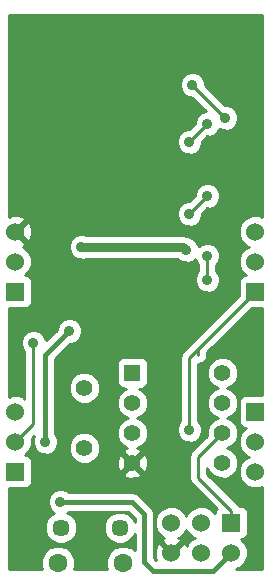
<source format=gbl>
G04 (created by PCBNEW (2013-07-07 BZR 4022)-stable) date 8/18/2013 11:16:40 PM*
%MOIN*%
G04 Gerber Fmt 3.4, Leading zero omitted, Abs format*
%FSLAX34Y34*%
G01*
G70*
G90*
G04 APERTURE LIST*
%ADD10C,0.00590551*%
%ADD11C,0.063*%
%ADD12C,0.0571*%
%ADD13R,0.06X0.06*%
%ADD14C,0.06*%
%ADD15C,0.056*%
%ADD16R,0.055X0.055*%
%ADD17C,0.055*%
%ADD18C,0.035*%
%ADD19C,0.015*%
%ADD20C,0.01*%
%ADD21C,0.03*%
G04 APERTURE END LIST*
G54D10*
G54D11*
X86917Y-65531D03*
X89083Y-65531D03*
G54D12*
X87021Y-64361D03*
X88979Y-64361D03*
G54D13*
X92700Y-64200D03*
G54D14*
X92700Y-65200D03*
X91700Y-64200D03*
X91700Y-65200D03*
X90700Y-64200D03*
X90700Y-65200D03*
G54D15*
X87800Y-61700D03*
X87800Y-59700D03*
G54D13*
X85500Y-56500D03*
G54D14*
X85500Y-55500D03*
X85500Y-54500D03*
G54D13*
X93500Y-60500D03*
G54D14*
X93500Y-61500D03*
X93500Y-62500D03*
G54D13*
X85500Y-62500D03*
G54D14*
X85500Y-61500D03*
X85500Y-60500D03*
G54D13*
X93500Y-56500D03*
G54D14*
X93500Y-55500D03*
X93500Y-54500D03*
G54D16*
X89400Y-59200D03*
G54D17*
X89400Y-60200D03*
X89400Y-61200D03*
X89400Y-62200D03*
X92400Y-62200D03*
X92400Y-61200D03*
X92400Y-60200D03*
X92400Y-59200D03*
G54D18*
X86500Y-61500D03*
X87300Y-57800D03*
X87000Y-63500D03*
X92500Y-50700D03*
X91400Y-49600D03*
X91300Y-61100D03*
X86100Y-58200D03*
X85500Y-58500D03*
X87800Y-49200D03*
X87800Y-51600D03*
X87800Y-54000D03*
X87800Y-56600D03*
X91300Y-53900D03*
X91900Y-53300D03*
X91300Y-51500D03*
X91900Y-50900D03*
X91900Y-56100D03*
X91900Y-55300D03*
X87700Y-55000D03*
X91200Y-55100D03*
G54D19*
X86500Y-58600D02*
X87300Y-57800D01*
X86500Y-61500D02*
X86500Y-58600D01*
X92700Y-65200D02*
X92100Y-65800D01*
X90100Y-65800D02*
X92100Y-65800D01*
X89800Y-65500D02*
X90100Y-65800D01*
X89800Y-63900D02*
X89800Y-65500D01*
X89400Y-63500D02*
X89800Y-63900D01*
X89300Y-63500D02*
X89400Y-63500D01*
X89300Y-63500D02*
X87000Y-63500D01*
G54D20*
X91400Y-49600D02*
X92500Y-50700D01*
X92700Y-64200D02*
X92700Y-63800D01*
X91600Y-62000D02*
X92400Y-61200D01*
X91600Y-62700D02*
X91600Y-62000D01*
X92700Y-63800D02*
X91600Y-62700D01*
X91300Y-58700D02*
X91600Y-58400D01*
X91300Y-61100D02*
X91300Y-58700D01*
X91600Y-58400D02*
X93500Y-56500D01*
X91600Y-58600D02*
X91600Y-58400D01*
X85500Y-61500D02*
X86100Y-60900D01*
X86100Y-60900D02*
X86100Y-58200D01*
X91300Y-53900D02*
X91900Y-53300D01*
X91300Y-51500D02*
X91900Y-50900D01*
X91900Y-55300D02*
X91900Y-56100D01*
G54D21*
X91100Y-55000D02*
X87700Y-55000D01*
X91200Y-55100D02*
X91100Y-55000D01*
G54D10*
G36*
X85576Y-60505D02*
X85505Y-60576D01*
X85500Y-60570D01*
X85494Y-60576D01*
X85423Y-60505D01*
X85429Y-60500D01*
X85423Y-60494D01*
X85494Y-60423D01*
X85500Y-60429D01*
X85505Y-60423D01*
X85576Y-60494D01*
X85570Y-60500D01*
X85576Y-60505D01*
X85576Y-60505D01*
G37*
G54D20*
X85576Y-60505D02*
X85505Y-60576D01*
X85500Y-60570D01*
X85494Y-60576D01*
X85423Y-60505D01*
X85429Y-60500D01*
X85423Y-60494D01*
X85494Y-60423D01*
X85500Y-60429D01*
X85505Y-60423D01*
X85576Y-60494D01*
X85570Y-60500D01*
X85576Y-60505D01*
G54D10*
G36*
X93730Y-65730D02*
X92856Y-65730D01*
X93011Y-65666D01*
X93165Y-65511D01*
X93249Y-65309D01*
X93250Y-65091D01*
X93166Y-64888D01*
X93027Y-64750D01*
X93049Y-64750D01*
X93141Y-64712D01*
X93211Y-64641D01*
X93249Y-64549D01*
X93250Y-64450D01*
X93250Y-63850D01*
X93212Y-63758D01*
X93141Y-63688D01*
X93049Y-63650D01*
X92953Y-63649D01*
X92912Y-63587D01*
X92912Y-63587D01*
X91900Y-62575D01*
X91900Y-62364D01*
X91954Y-62497D01*
X92102Y-62644D01*
X92295Y-62724D01*
X92503Y-62725D01*
X92697Y-62645D01*
X92844Y-62497D01*
X92924Y-62304D01*
X92925Y-62096D01*
X92845Y-61903D01*
X92697Y-61755D01*
X92564Y-61699D01*
X92697Y-61645D01*
X92844Y-61497D01*
X92924Y-61304D01*
X92925Y-61096D01*
X92845Y-60903D01*
X92697Y-60755D01*
X92564Y-60699D01*
X92697Y-60645D01*
X92844Y-60497D01*
X92924Y-60304D01*
X92925Y-60096D01*
X92845Y-59903D01*
X92697Y-59755D01*
X92564Y-59699D01*
X92697Y-59645D01*
X92844Y-59497D01*
X92924Y-59304D01*
X92925Y-59096D01*
X92845Y-58903D01*
X92697Y-58755D01*
X92504Y-58675D01*
X92296Y-58674D01*
X92103Y-58754D01*
X91955Y-58902D01*
X91875Y-59095D01*
X91874Y-59303D01*
X91954Y-59497D01*
X92102Y-59644D01*
X92235Y-59700D01*
X92103Y-59754D01*
X91955Y-59902D01*
X91875Y-60095D01*
X91874Y-60303D01*
X91954Y-60497D01*
X92102Y-60644D01*
X92235Y-60700D01*
X92103Y-60754D01*
X91955Y-60902D01*
X91875Y-61095D01*
X91874Y-61300D01*
X91387Y-61787D01*
X91322Y-61885D01*
X91300Y-62000D01*
X91300Y-62700D01*
X91322Y-62814D01*
X91387Y-62912D01*
X92211Y-63735D01*
X92188Y-63758D01*
X92150Y-63850D01*
X92150Y-63872D01*
X92011Y-63734D01*
X91809Y-63650D01*
X91591Y-63649D01*
X91388Y-63733D01*
X91234Y-63888D01*
X91200Y-63969D01*
X91166Y-63888D01*
X91011Y-63734D01*
X90809Y-63650D01*
X90591Y-63649D01*
X90388Y-63733D01*
X90234Y-63888D01*
X90150Y-64090D01*
X90149Y-64308D01*
X90233Y-64511D01*
X90388Y-64665D01*
X90463Y-64697D01*
X90412Y-64718D01*
X90384Y-64814D01*
X90700Y-65129D01*
X91015Y-64814D01*
X90987Y-64718D01*
X90932Y-64699D01*
X91011Y-64666D01*
X91165Y-64511D01*
X91199Y-64430D01*
X91233Y-64511D01*
X91388Y-64665D01*
X91469Y-64699D01*
X91388Y-64733D01*
X91234Y-64888D01*
X91202Y-64963D01*
X91181Y-64912D01*
X91085Y-64884D01*
X90770Y-65200D01*
X90776Y-65205D01*
X90705Y-65276D01*
X90700Y-65270D01*
X90694Y-65276D01*
X90623Y-65205D01*
X90629Y-65200D01*
X90314Y-64884D01*
X90218Y-64912D01*
X90145Y-65118D01*
X90156Y-65336D01*
X90198Y-65438D01*
X90125Y-65365D01*
X90125Y-63900D01*
X90124Y-63899D01*
X90125Y-63899D01*
X90120Y-63875D01*
X90100Y-63775D01*
X90100Y-63775D01*
X90029Y-63670D01*
X90029Y-63670D01*
X89929Y-63570D01*
X89929Y-62275D01*
X89925Y-62187D01*
X89925Y-61096D01*
X89845Y-60903D01*
X89697Y-60755D01*
X89564Y-60699D01*
X89697Y-60645D01*
X89844Y-60497D01*
X89924Y-60304D01*
X89925Y-60096D01*
X89845Y-59903D01*
X89697Y-59755D01*
X89625Y-59725D01*
X89724Y-59725D01*
X89816Y-59687D01*
X89886Y-59616D01*
X89924Y-59524D01*
X89925Y-59425D01*
X89925Y-58875D01*
X89887Y-58783D01*
X89816Y-58713D01*
X89724Y-58675D01*
X89625Y-58674D01*
X89075Y-58674D01*
X88983Y-58712D01*
X88913Y-58783D01*
X88875Y-58875D01*
X88874Y-58974D01*
X88874Y-59524D01*
X88912Y-59616D01*
X88983Y-59686D01*
X89075Y-59724D01*
X89174Y-59725D01*
X89174Y-59725D01*
X89103Y-59754D01*
X88955Y-59902D01*
X88875Y-60095D01*
X88874Y-60303D01*
X88954Y-60497D01*
X89102Y-60644D01*
X89235Y-60700D01*
X89103Y-60754D01*
X88955Y-60902D01*
X88875Y-61095D01*
X88874Y-61303D01*
X88954Y-61497D01*
X89102Y-61644D01*
X89228Y-61697D01*
X89127Y-61739D01*
X89102Y-61832D01*
X89400Y-62129D01*
X89697Y-61832D01*
X89672Y-61739D01*
X89562Y-61700D01*
X89697Y-61645D01*
X89844Y-61497D01*
X89924Y-61304D01*
X89925Y-61096D01*
X89925Y-62187D01*
X89918Y-62067D01*
X89860Y-61927D01*
X89767Y-61902D01*
X89470Y-62200D01*
X89767Y-62497D01*
X89860Y-62472D01*
X89929Y-62275D01*
X89929Y-63570D01*
X89697Y-63337D01*
X89697Y-62567D01*
X89400Y-62270D01*
X89329Y-62341D01*
X89329Y-62200D01*
X89032Y-61902D01*
X88939Y-61927D01*
X88870Y-62124D01*
X88881Y-62332D01*
X88939Y-62472D01*
X89032Y-62497D01*
X89329Y-62200D01*
X89329Y-62341D01*
X89102Y-62567D01*
X89127Y-62660D01*
X89324Y-62729D01*
X89532Y-62718D01*
X89672Y-62660D01*
X89697Y-62567D01*
X89697Y-63337D01*
X89629Y-63270D01*
X89524Y-63199D01*
X89400Y-63175D01*
X89300Y-63175D01*
X88330Y-63175D01*
X88330Y-61595D01*
X88330Y-59595D01*
X88249Y-59400D01*
X88100Y-59250D01*
X87905Y-59170D01*
X87695Y-59169D01*
X87500Y-59250D01*
X87350Y-59399D01*
X87270Y-59594D01*
X87269Y-59804D01*
X87350Y-59999D01*
X87499Y-60149D01*
X87694Y-60229D01*
X87904Y-60230D01*
X88099Y-60149D01*
X88249Y-60000D01*
X88329Y-59805D01*
X88330Y-59595D01*
X88330Y-61595D01*
X88249Y-61400D01*
X88100Y-61250D01*
X87905Y-61170D01*
X87695Y-61169D01*
X87500Y-61250D01*
X87350Y-61399D01*
X87270Y-61594D01*
X87269Y-61804D01*
X87350Y-61999D01*
X87499Y-62149D01*
X87694Y-62229D01*
X87904Y-62230D01*
X88099Y-62149D01*
X88249Y-62000D01*
X88329Y-61805D01*
X88330Y-61595D01*
X88330Y-63175D01*
X87276Y-63175D01*
X87241Y-63139D01*
X87084Y-63075D01*
X86915Y-63074D01*
X86759Y-63139D01*
X86639Y-63258D01*
X86575Y-63415D01*
X86574Y-63584D01*
X86639Y-63740D01*
X86758Y-63860D01*
X86794Y-63875D01*
X86718Y-63906D01*
X86567Y-64057D01*
X86485Y-64254D01*
X86485Y-64467D01*
X86566Y-64663D01*
X86717Y-64814D01*
X86914Y-64896D01*
X87127Y-64896D01*
X87323Y-64815D01*
X87474Y-64664D01*
X87556Y-64467D01*
X87556Y-64254D01*
X87475Y-64058D01*
X87324Y-63907D01*
X87226Y-63866D01*
X87240Y-63860D01*
X87275Y-63825D01*
X89265Y-63825D01*
X89475Y-64034D01*
X89475Y-64159D01*
X89433Y-64058D01*
X89282Y-63907D01*
X89085Y-63825D01*
X88872Y-63825D01*
X88676Y-63906D01*
X88525Y-64057D01*
X88443Y-64254D01*
X88443Y-64467D01*
X88524Y-64663D01*
X88675Y-64814D01*
X88872Y-64896D01*
X89085Y-64896D01*
X89281Y-64815D01*
X89432Y-64664D01*
X89475Y-64562D01*
X89475Y-65123D01*
X89403Y-65052D01*
X89195Y-64966D01*
X88971Y-64965D01*
X88763Y-65051D01*
X88604Y-65210D01*
X88518Y-65418D01*
X88517Y-65642D01*
X88554Y-65730D01*
X87446Y-65730D01*
X87481Y-65643D01*
X87482Y-65419D01*
X87396Y-65211D01*
X87237Y-65052D01*
X87029Y-64966D01*
X86805Y-64965D01*
X86597Y-65051D01*
X86438Y-65210D01*
X86352Y-65418D01*
X86351Y-65642D01*
X86388Y-65730D01*
X85269Y-65730D01*
X85269Y-63050D01*
X85849Y-63050D01*
X85941Y-63012D01*
X86011Y-62941D01*
X86049Y-62849D01*
X86050Y-62750D01*
X86050Y-62150D01*
X86012Y-62058D01*
X85941Y-61988D01*
X85849Y-61950D01*
X85827Y-61950D01*
X85965Y-61811D01*
X86049Y-61609D01*
X86050Y-61391D01*
X86045Y-61379D01*
X86121Y-61302D01*
X86075Y-61415D01*
X86074Y-61584D01*
X86139Y-61740D01*
X86258Y-61860D01*
X86415Y-61924D01*
X86584Y-61925D01*
X86740Y-61860D01*
X86860Y-61741D01*
X86924Y-61584D01*
X86925Y-61415D01*
X86860Y-61259D01*
X86825Y-61224D01*
X86825Y-58734D01*
X87334Y-58225D01*
X87384Y-58225D01*
X87540Y-58160D01*
X87660Y-58041D01*
X87724Y-57884D01*
X87725Y-57715D01*
X87660Y-57559D01*
X87541Y-57439D01*
X87384Y-57375D01*
X87215Y-57374D01*
X87059Y-57439D01*
X86939Y-57558D01*
X86875Y-57715D01*
X86875Y-57765D01*
X86524Y-58115D01*
X86460Y-57959D01*
X86341Y-57839D01*
X86184Y-57775D01*
X86054Y-57774D01*
X86054Y-54581D01*
X86043Y-54363D01*
X85981Y-54212D01*
X85885Y-54184D01*
X85570Y-54500D01*
X85885Y-54815D01*
X85981Y-54787D01*
X86054Y-54581D01*
X86054Y-57774D01*
X86015Y-57774D01*
X85859Y-57839D01*
X85739Y-57958D01*
X85675Y-58115D01*
X85674Y-58284D01*
X85739Y-58440D01*
X85800Y-58501D01*
X85800Y-60061D01*
X85787Y-60018D01*
X85581Y-59945D01*
X85363Y-59956D01*
X85269Y-59994D01*
X85269Y-57050D01*
X85849Y-57050D01*
X85941Y-57012D01*
X86011Y-56941D01*
X86049Y-56849D01*
X86050Y-56750D01*
X86050Y-56150D01*
X86012Y-56058D01*
X85941Y-55988D01*
X85849Y-55950D01*
X85827Y-55950D01*
X85965Y-55811D01*
X86049Y-55609D01*
X86050Y-55391D01*
X85966Y-55188D01*
X85811Y-55034D01*
X85736Y-55002D01*
X85787Y-54981D01*
X85815Y-54885D01*
X85500Y-54570D01*
X85494Y-54576D01*
X85423Y-54505D01*
X85429Y-54500D01*
X85423Y-54494D01*
X85494Y-54423D01*
X85500Y-54429D01*
X85815Y-54114D01*
X85787Y-54018D01*
X85581Y-53945D01*
X85363Y-53956D01*
X85269Y-53994D01*
X85269Y-47269D01*
X93730Y-47269D01*
X93730Y-54000D01*
X93609Y-53950D01*
X93391Y-53949D01*
X93188Y-54033D01*
X93034Y-54188D01*
X92950Y-54390D01*
X92949Y-54608D01*
X93033Y-54811D01*
X93188Y-54965D01*
X93269Y-54999D01*
X93188Y-55033D01*
X93034Y-55188D01*
X92950Y-55390D01*
X92949Y-55608D01*
X93033Y-55811D01*
X93172Y-55949D01*
X93150Y-55949D01*
X93058Y-55987D01*
X92988Y-56058D01*
X92950Y-56150D01*
X92949Y-56249D01*
X92949Y-56625D01*
X92925Y-56650D01*
X92925Y-50615D01*
X92860Y-50459D01*
X92741Y-50339D01*
X92584Y-50275D01*
X92499Y-50274D01*
X91824Y-49600D01*
X91825Y-49515D01*
X91760Y-49359D01*
X91641Y-49239D01*
X91484Y-49175D01*
X91315Y-49174D01*
X91159Y-49239D01*
X91039Y-49358D01*
X90975Y-49515D01*
X90974Y-49684D01*
X91039Y-49840D01*
X91158Y-49960D01*
X91315Y-50024D01*
X91400Y-50025D01*
X91850Y-50474D01*
X91815Y-50474D01*
X91659Y-50539D01*
X91539Y-50658D01*
X91475Y-50815D01*
X91474Y-50900D01*
X91300Y-51075D01*
X91215Y-51074D01*
X91059Y-51139D01*
X90939Y-51258D01*
X90875Y-51415D01*
X90874Y-51584D01*
X90939Y-51740D01*
X91058Y-51860D01*
X91215Y-51924D01*
X91384Y-51925D01*
X91540Y-51860D01*
X91660Y-51741D01*
X91724Y-51584D01*
X91725Y-51499D01*
X91899Y-51324D01*
X91984Y-51325D01*
X92140Y-51260D01*
X92260Y-51141D01*
X92288Y-51072D01*
X92415Y-51124D01*
X92584Y-51125D01*
X92740Y-51060D01*
X92860Y-50941D01*
X92924Y-50784D01*
X92925Y-50615D01*
X92925Y-56650D01*
X92325Y-57250D01*
X92325Y-56015D01*
X92260Y-55859D01*
X92200Y-55798D01*
X92200Y-55601D01*
X92260Y-55541D01*
X92324Y-55384D01*
X92325Y-55215D01*
X92325Y-53215D01*
X92260Y-53059D01*
X92141Y-52939D01*
X91984Y-52875D01*
X91815Y-52874D01*
X91659Y-52939D01*
X91539Y-53058D01*
X91475Y-53215D01*
X91474Y-53300D01*
X91300Y-53475D01*
X91215Y-53474D01*
X91059Y-53539D01*
X90939Y-53658D01*
X90875Y-53815D01*
X90874Y-53984D01*
X90939Y-54140D01*
X91058Y-54260D01*
X91215Y-54324D01*
X91384Y-54325D01*
X91540Y-54260D01*
X91660Y-54141D01*
X91724Y-53984D01*
X91725Y-53899D01*
X91899Y-53724D01*
X91984Y-53725D01*
X92140Y-53660D01*
X92260Y-53541D01*
X92324Y-53384D01*
X92325Y-53215D01*
X92325Y-55215D01*
X92260Y-55059D01*
X92141Y-54939D01*
X91984Y-54875D01*
X91815Y-54874D01*
X91659Y-54939D01*
X91612Y-54986D01*
X91560Y-54859D01*
X91441Y-54739D01*
X91377Y-54713D01*
X91253Y-54630D01*
X91227Y-54625D01*
X91100Y-54600D01*
X87844Y-54600D01*
X87784Y-54575D01*
X87615Y-54574D01*
X87459Y-54639D01*
X87339Y-54758D01*
X87275Y-54915D01*
X87274Y-55084D01*
X87339Y-55240D01*
X87458Y-55360D01*
X87615Y-55424D01*
X87784Y-55425D01*
X87844Y-55400D01*
X90898Y-55400D01*
X90958Y-55460D01*
X91115Y-55524D01*
X91284Y-55525D01*
X91440Y-55460D01*
X91487Y-55413D01*
X91539Y-55540D01*
X91600Y-55601D01*
X91600Y-55798D01*
X91539Y-55858D01*
X91475Y-56015D01*
X91474Y-56184D01*
X91539Y-56340D01*
X91658Y-56460D01*
X91815Y-56524D01*
X91984Y-56525D01*
X92140Y-56460D01*
X92260Y-56341D01*
X92324Y-56184D01*
X92325Y-56015D01*
X92325Y-57250D01*
X91387Y-58187D01*
X91387Y-58187D01*
X91087Y-58487D01*
X91022Y-58585D01*
X91000Y-58700D01*
X91000Y-60798D01*
X90939Y-60858D01*
X90875Y-61015D01*
X90874Y-61184D01*
X90939Y-61340D01*
X91058Y-61460D01*
X91215Y-61524D01*
X91384Y-61525D01*
X91540Y-61460D01*
X91660Y-61341D01*
X91724Y-61184D01*
X91725Y-61015D01*
X91660Y-60859D01*
X91600Y-60798D01*
X91600Y-58900D01*
X91714Y-58877D01*
X91812Y-58812D01*
X91877Y-58714D01*
X91900Y-58600D01*
X91900Y-58524D01*
X93374Y-57050D01*
X93730Y-57050D01*
X93730Y-59949D01*
X93150Y-59949D01*
X93058Y-59987D01*
X92988Y-60058D01*
X92950Y-60150D01*
X92949Y-60249D01*
X92949Y-60849D01*
X92987Y-60941D01*
X93058Y-61011D01*
X93150Y-61049D01*
X93172Y-61049D01*
X93034Y-61188D01*
X92950Y-61390D01*
X92949Y-61608D01*
X93033Y-61811D01*
X93188Y-61965D01*
X93269Y-61999D01*
X93188Y-62033D01*
X93034Y-62188D01*
X92950Y-62390D01*
X92949Y-62608D01*
X93033Y-62811D01*
X93188Y-62965D01*
X93390Y-63049D01*
X93608Y-63050D01*
X93730Y-62999D01*
X93730Y-65730D01*
X93730Y-65730D01*
G37*
G54D20*
X93730Y-65730D02*
X92856Y-65730D01*
X93011Y-65666D01*
X93165Y-65511D01*
X93249Y-65309D01*
X93250Y-65091D01*
X93166Y-64888D01*
X93027Y-64750D01*
X93049Y-64750D01*
X93141Y-64712D01*
X93211Y-64641D01*
X93249Y-64549D01*
X93250Y-64450D01*
X93250Y-63850D01*
X93212Y-63758D01*
X93141Y-63688D01*
X93049Y-63650D01*
X92953Y-63649D01*
X92912Y-63587D01*
X92912Y-63587D01*
X91900Y-62575D01*
X91900Y-62364D01*
X91954Y-62497D01*
X92102Y-62644D01*
X92295Y-62724D01*
X92503Y-62725D01*
X92697Y-62645D01*
X92844Y-62497D01*
X92924Y-62304D01*
X92925Y-62096D01*
X92845Y-61903D01*
X92697Y-61755D01*
X92564Y-61699D01*
X92697Y-61645D01*
X92844Y-61497D01*
X92924Y-61304D01*
X92925Y-61096D01*
X92845Y-60903D01*
X92697Y-60755D01*
X92564Y-60699D01*
X92697Y-60645D01*
X92844Y-60497D01*
X92924Y-60304D01*
X92925Y-60096D01*
X92845Y-59903D01*
X92697Y-59755D01*
X92564Y-59699D01*
X92697Y-59645D01*
X92844Y-59497D01*
X92924Y-59304D01*
X92925Y-59096D01*
X92845Y-58903D01*
X92697Y-58755D01*
X92504Y-58675D01*
X92296Y-58674D01*
X92103Y-58754D01*
X91955Y-58902D01*
X91875Y-59095D01*
X91874Y-59303D01*
X91954Y-59497D01*
X92102Y-59644D01*
X92235Y-59700D01*
X92103Y-59754D01*
X91955Y-59902D01*
X91875Y-60095D01*
X91874Y-60303D01*
X91954Y-60497D01*
X92102Y-60644D01*
X92235Y-60700D01*
X92103Y-60754D01*
X91955Y-60902D01*
X91875Y-61095D01*
X91874Y-61300D01*
X91387Y-61787D01*
X91322Y-61885D01*
X91300Y-62000D01*
X91300Y-62700D01*
X91322Y-62814D01*
X91387Y-62912D01*
X92211Y-63735D01*
X92188Y-63758D01*
X92150Y-63850D01*
X92150Y-63872D01*
X92011Y-63734D01*
X91809Y-63650D01*
X91591Y-63649D01*
X91388Y-63733D01*
X91234Y-63888D01*
X91200Y-63969D01*
X91166Y-63888D01*
X91011Y-63734D01*
X90809Y-63650D01*
X90591Y-63649D01*
X90388Y-63733D01*
X90234Y-63888D01*
X90150Y-64090D01*
X90149Y-64308D01*
X90233Y-64511D01*
X90388Y-64665D01*
X90463Y-64697D01*
X90412Y-64718D01*
X90384Y-64814D01*
X90700Y-65129D01*
X91015Y-64814D01*
X90987Y-64718D01*
X90932Y-64699D01*
X91011Y-64666D01*
X91165Y-64511D01*
X91199Y-64430D01*
X91233Y-64511D01*
X91388Y-64665D01*
X91469Y-64699D01*
X91388Y-64733D01*
X91234Y-64888D01*
X91202Y-64963D01*
X91181Y-64912D01*
X91085Y-64884D01*
X90770Y-65200D01*
X90776Y-65205D01*
X90705Y-65276D01*
X90700Y-65270D01*
X90694Y-65276D01*
X90623Y-65205D01*
X90629Y-65200D01*
X90314Y-64884D01*
X90218Y-64912D01*
X90145Y-65118D01*
X90156Y-65336D01*
X90198Y-65438D01*
X90125Y-65365D01*
X90125Y-63900D01*
X90124Y-63899D01*
X90125Y-63899D01*
X90120Y-63875D01*
X90100Y-63775D01*
X90100Y-63775D01*
X90029Y-63670D01*
X90029Y-63670D01*
X89929Y-63570D01*
X89929Y-62275D01*
X89925Y-62187D01*
X89925Y-61096D01*
X89845Y-60903D01*
X89697Y-60755D01*
X89564Y-60699D01*
X89697Y-60645D01*
X89844Y-60497D01*
X89924Y-60304D01*
X89925Y-60096D01*
X89845Y-59903D01*
X89697Y-59755D01*
X89625Y-59725D01*
X89724Y-59725D01*
X89816Y-59687D01*
X89886Y-59616D01*
X89924Y-59524D01*
X89925Y-59425D01*
X89925Y-58875D01*
X89887Y-58783D01*
X89816Y-58713D01*
X89724Y-58675D01*
X89625Y-58674D01*
X89075Y-58674D01*
X88983Y-58712D01*
X88913Y-58783D01*
X88875Y-58875D01*
X88874Y-58974D01*
X88874Y-59524D01*
X88912Y-59616D01*
X88983Y-59686D01*
X89075Y-59724D01*
X89174Y-59725D01*
X89174Y-59725D01*
X89103Y-59754D01*
X88955Y-59902D01*
X88875Y-60095D01*
X88874Y-60303D01*
X88954Y-60497D01*
X89102Y-60644D01*
X89235Y-60700D01*
X89103Y-60754D01*
X88955Y-60902D01*
X88875Y-61095D01*
X88874Y-61303D01*
X88954Y-61497D01*
X89102Y-61644D01*
X89228Y-61697D01*
X89127Y-61739D01*
X89102Y-61832D01*
X89400Y-62129D01*
X89697Y-61832D01*
X89672Y-61739D01*
X89562Y-61700D01*
X89697Y-61645D01*
X89844Y-61497D01*
X89924Y-61304D01*
X89925Y-61096D01*
X89925Y-62187D01*
X89918Y-62067D01*
X89860Y-61927D01*
X89767Y-61902D01*
X89470Y-62200D01*
X89767Y-62497D01*
X89860Y-62472D01*
X89929Y-62275D01*
X89929Y-63570D01*
X89697Y-63337D01*
X89697Y-62567D01*
X89400Y-62270D01*
X89329Y-62341D01*
X89329Y-62200D01*
X89032Y-61902D01*
X88939Y-61927D01*
X88870Y-62124D01*
X88881Y-62332D01*
X88939Y-62472D01*
X89032Y-62497D01*
X89329Y-62200D01*
X89329Y-62341D01*
X89102Y-62567D01*
X89127Y-62660D01*
X89324Y-62729D01*
X89532Y-62718D01*
X89672Y-62660D01*
X89697Y-62567D01*
X89697Y-63337D01*
X89629Y-63270D01*
X89524Y-63199D01*
X89400Y-63175D01*
X89300Y-63175D01*
X88330Y-63175D01*
X88330Y-61595D01*
X88330Y-59595D01*
X88249Y-59400D01*
X88100Y-59250D01*
X87905Y-59170D01*
X87695Y-59169D01*
X87500Y-59250D01*
X87350Y-59399D01*
X87270Y-59594D01*
X87269Y-59804D01*
X87350Y-59999D01*
X87499Y-60149D01*
X87694Y-60229D01*
X87904Y-60230D01*
X88099Y-60149D01*
X88249Y-60000D01*
X88329Y-59805D01*
X88330Y-59595D01*
X88330Y-61595D01*
X88249Y-61400D01*
X88100Y-61250D01*
X87905Y-61170D01*
X87695Y-61169D01*
X87500Y-61250D01*
X87350Y-61399D01*
X87270Y-61594D01*
X87269Y-61804D01*
X87350Y-61999D01*
X87499Y-62149D01*
X87694Y-62229D01*
X87904Y-62230D01*
X88099Y-62149D01*
X88249Y-62000D01*
X88329Y-61805D01*
X88330Y-61595D01*
X88330Y-63175D01*
X87276Y-63175D01*
X87241Y-63139D01*
X87084Y-63075D01*
X86915Y-63074D01*
X86759Y-63139D01*
X86639Y-63258D01*
X86575Y-63415D01*
X86574Y-63584D01*
X86639Y-63740D01*
X86758Y-63860D01*
X86794Y-63875D01*
X86718Y-63906D01*
X86567Y-64057D01*
X86485Y-64254D01*
X86485Y-64467D01*
X86566Y-64663D01*
X86717Y-64814D01*
X86914Y-64896D01*
X87127Y-64896D01*
X87323Y-64815D01*
X87474Y-64664D01*
X87556Y-64467D01*
X87556Y-64254D01*
X87475Y-64058D01*
X87324Y-63907D01*
X87226Y-63866D01*
X87240Y-63860D01*
X87275Y-63825D01*
X89265Y-63825D01*
X89475Y-64034D01*
X89475Y-64159D01*
X89433Y-64058D01*
X89282Y-63907D01*
X89085Y-63825D01*
X88872Y-63825D01*
X88676Y-63906D01*
X88525Y-64057D01*
X88443Y-64254D01*
X88443Y-64467D01*
X88524Y-64663D01*
X88675Y-64814D01*
X88872Y-64896D01*
X89085Y-64896D01*
X89281Y-64815D01*
X89432Y-64664D01*
X89475Y-64562D01*
X89475Y-65123D01*
X89403Y-65052D01*
X89195Y-64966D01*
X88971Y-64965D01*
X88763Y-65051D01*
X88604Y-65210D01*
X88518Y-65418D01*
X88517Y-65642D01*
X88554Y-65730D01*
X87446Y-65730D01*
X87481Y-65643D01*
X87482Y-65419D01*
X87396Y-65211D01*
X87237Y-65052D01*
X87029Y-64966D01*
X86805Y-64965D01*
X86597Y-65051D01*
X86438Y-65210D01*
X86352Y-65418D01*
X86351Y-65642D01*
X86388Y-65730D01*
X85269Y-65730D01*
X85269Y-63050D01*
X85849Y-63050D01*
X85941Y-63012D01*
X86011Y-62941D01*
X86049Y-62849D01*
X86050Y-62750D01*
X86050Y-62150D01*
X86012Y-62058D01*
X85941Y-61988D01*
X85849Y-61950D01*
X85827Y-61950D01*
X85965Y-61811D01*
X86049Y-61609D01*
X86050Y-61391D01*
X86045Y-61379D01*
X86121Y-61302D01*
X86075Y-61415D01*
X86074Y-61584D01*
X86139Y-61740D01*
X86258Y-61860D01*
X86415Y-61924D01*
X86584Y-61925D01*
X86740Y-61860D01*
X86860Y-61741D01*
X86924Y-61584D01*
X86925Y-61415D01*
X86860Y-61259D01*
X86825Y-61224D01*
X86825Y-58734D01*
X87334Y-58225D01*
X87384Y-58225D01*
X87540Y-58160D01*
X87660Y-58041D01*
X87724Y-57884D01*
X87725Y-57715D01*
X87660Y-57559D01*
X87541Y-57439D01*
X87384Y-57375D01*
X87215Y-57374D01*
X87059Y-57439D01*
X86939Y-57558D01*
X86875Y-57715D01*
X86875Y-57765D01*
X86524Y-58115D01*
X86460Y-57959D01*
X86341Y-57839D01*
X86184Y-57775D01*
X86054Y-57774D01*
X86054Y-54581D01*
X86043Y-54363D01*
X85981Y-54212D01*
X85885Y-54184D01*
X85570Y-54500D01*
X85885Y-54815D01*
X85981Y-54787D01*
X86054Y-54581D01*
X86054Y-57774D01*
X86015Y-57774D01*
X85859Y-57839D01*
X85739Y-57958D01*
X85675Y-58115D01*
X85674Y-58284D01*
X85739Y-58440D01*
X85800Y-58501D01*
X85800Y-60061D01*
X85787Y-60018D01*
X85581Y-59945D01*
X85363Y-59956D01*
X85269Y-59994D01*
X85269Y-57050D01*
X85849Y-57050D01*
X85941Y-57012D01*
X86011Y-56941D01*
X86049Y-56849D01*
X86050Y-56750D01*
X86050Y-56150D01*
X86012Y-56058D01*
X85941Y-55988D01*
X85849Y-55950D01*
X85827Y-55950D01*
X85965Y-55811D01*
X86049Y-55609D01*
X86050Y-55391D01*
X85966Y-55188D01*
X85811Y-55034D01*
X85736Y-55002D01*
X85787Y-54981D01*
X85815Y-54885D01*
X85500Y-54570D01*
X85494Y-54576D01*
X85423Y-54505D01*
X85429Y-54500D01*
X85423Y-54494D01*
X85494Y-54423D01*
X85500Y-54429D01*
X85815Y-54114D01*
X85787Y-54018D01*
X85581Y-53945D01*
X85363Y-53956D01*
X85269Y-53994D01*
X85269Y-47269D01*
X93730Y-47269D01*
X93730Y-54000D01*
X93609Y-53950D01*
X93391Y-53949D01*
X93188Y-54033D01*
X93034Y-54188D01*
X92950Y-54390D01*
X92949Y-54608D01*
X93033Y-54811D01*
X93188Y-54965D01*
X93269Y-54999D01*
X93188Y-55033D01*
X93034Y-55188D01*
X92950Y-55390D01*
X92949Y-55608D01*
X93033Y-55811D01*
X93172Y-55949D01*
X93150Y-55949D01*
X93058Y-55987D01*
X92988Y-56058D01*
X92950Y-56150D01*
X92949Y-56249D01*
X92949Y-56625D01*
X92925Y-56650D01*
X92925Y-50615D01*
X92860Y-50459D01*
X92741Y-50339D01*
X92584Y-50275D01*
X92499Y-50274D01*
X91824Y-49600D01*
X91825Y-49515D01*
X91760Y-49359D01*
X91641Y-49239D01*
X91484Y-49175D01*
X91315Y-49174D01*
X91159Y-49239D01*
X91039Y-49358D01*
X90975Y-49515D01*
X90974Y-49684D01*
X91039Y-49840D01*
X91158Y-49960D01*
X91315Y-50024D01*
X91400Y-50025D01*
X91850Y-50474D01*
X91815Y-50474D01*
X91659Y-50539D01*
X91539Y-50658D01*
X91475Y-50815D01*
X91474Y-50900D01*
X91300Y-51075D01*
X91215Y-51074D01*
X91059Y-51139D01*
X90939Y-51258D01*
X90875Y-51415D01*
X90874Y-51584D01*
X90939Y-51740D01*
X91058Y-51860D01*
X91215Y-51924D01*
X91384Y-51925D01*
X91540Y-51860D01*
X91660Y-51741D01*
X91724Y-51584D01*
X91725Y-51499D01*
X91899Y-51324D01*
X91984Y-51325D01*
X92140Y-51260D01*
X92260Y-51141D01*
X92288Y-51072D01*
X92415Y-51124D01*
X92584Y-51125D01*
X92740Y-51060D01*
X92860Y-50941D01*
X92924Y-50784D01*
X92925Y-50615D01*
X92925Y-56650D01*
X92325Y-57250D01*
X92325Y-56015D01*
X92260Y-55859D01*
X92200Y-55798D01*
X92200Y-55601D01*
X92260Y-55541D01*
X92324Y-55384D01*
X92325Y-55215D01*
X92325Y-53215D01*
X92260Y-53059D01*
X92141Y-52939D01*
X91984Y-52875D01*
X91815Y-52874D01*
X91659Y-52939D01*
X91539Y-53058D01*
X91475Y-53215D01*
X91474Y-53300D01*
X91300Y-53475D01*
X91215Y-53474D01*
X91059Y-53539D01*
X90939Y-53658D01*
X90875Y-53815D01*
X90874Y-53984D01*
X90939Y-54140D01*
X91058Y-54260D01*
X91215Y-54324D01*
X91384Y-54325D01*
X91540Y-54260D01*
X91660Y-54141D01*
X91724Y-53984D01*
X91725Y-53899D01*
X91899Y-53724D01*
X91984Y-53725D01*
X92140Y-53660D01*
X92260Y-53541D01*
X92324Y-53384D01*
X92325Y-53215D01*
X92325Y-55215D01*
X92260Y-55059D01*
X92141Y-54939D01*
X91984Y-54875D01*
X91815Y-54874D01*
X91659Y-54939D01*
X91612Y-54986D01*
X91560Y-54859D01*
X91441Y-54739D01*
X91377Y-54713D01*
X91253Y-54630D01*
X91227Y-54625D01*
X91100Y-54600D01*
X87844Y-54600D01*
X87784Y-54575D01*
X87615Y-54574D01*
X87459Y-54639D01*
X87339Y-54758D01*
X87275Y-54915D01*
X87274Y-55084D01*
X87339Y-55240D01*
X87458Y-55360D01*
X87615Y-55424D01*
X87784Y-55425D01*
X87844Y-55400D01*
X90898Y-55400D01*
X90958Y-55460D01*
X91115Y-55524D01*
X91284Y-55525D01*
X91440Y-55460D01*
X91487Y-55413D01*
X91539Y-55540D01*
X91600Y-55601D01*
X91600Y-55798D01*
X91539Y-55858D01*
X91475Y-56015D01*
X91474Y-56184D01*
X91539Y-56340D01*
X91658Y-56460D01*
X91815Y-56524D01*
X91984Y-56525D01*
X92140Y-56460D01*
X92260Y-56341D01*
X92324Y-56184D01*
X92325Y-56015D01*
X92325Y-57250D01*
X91387Y-58187D01*
X91387Y-58187D01*
X91087Y-58487D01*
X91022Y-58585D01*
X91000Y-58700D01*
X91000Y-60798D01*
X90939Y-60858D01*
X90875Y-61015D01*
X90874Y-61184D01*
X90939Y-61340D01*
X91058Y-61460D01*
X91215Y-61524D01*
X91384Y-61525D01*
X91540Y-61460D01*
X91660Y-61341D01*
X91724Y-61184D01*
X91725Y-61015D01*
X91660Y-60859D01*
X91600Y-60798D01*
X91600Y-58900D01*
X91714Y-58877D01*
X91812Y-58812D01*
X91877Y-58714D01*
X91900Y-58600D01*
X91900Y-58524D01*
X93374Y-57050D01*
X93730Y-57050D01*
X93730Y-59949D01*
X93150Y-59949D01*
X93058Y-59987D01*
X92988Y-60058D01*
X92950Y-60150D01*
X92949Y-60249D01*
X92949Y-60849D01*
X92987Y-60941D01*
X93058Y-61011D01*
X93150Y-61049D01*
X93172Y-61049D01*
X93034Y-61188D01*
X92950Y-61390D01*
X92949Y-61608D01*
X93033Y-61811D01*
X93188Y-61965D01*
X93269Y-61999D01*
X93188Y-62033D01*
X93034Y-62188D01*
X92950Y-62390D01*
X92949Y-62608D01*
X93033Y-62811D01*
X93188Y-62965D01*
X93390Y-63049D01*
X93608Y-63050D01*
X93730Y-62999D01*
X93730Y-65730D01*
M02*

</source>
